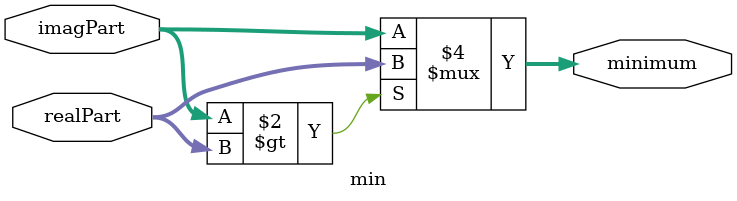
<source format=v>


module magnitude(Y0, Y1, Y2, Y3, mag1, mag2);
	
	input [11:0] Y0, Y1, Y2, Y3;
	output [11:0] mag1, mag2;
	wire [11:0] max1, max2, min1, min2;
	wire [11:0] Z0, Z1, Z2, Z3;
	
	toPositive p1 (.in(Y0), .out(Z0));
	toPositive p2 (.in(Y1), .out(Z1));
	toPositive p3 (.in(Y2), .out(Z2));
	toPositive p4 (.in(Y3), .out(Z3));
	
	max m1 (.imagPart(Z1), .realPart(Z0), .maximun(max1));
	max m2 (.imagPart(Z3), .realPart(Z2), .maximun(max2));
	min m3 (.imagPart(Z1), .realPart(Z0), .minimum(min1));
	min m4 (.imagPart(Z3), .realPart(Z2), .minimum(min2));
	
	assign mag1 = max1 + (min1 >> 2) - (max1 >> 4);
	assign mag2 = max2 + (min2 >> 2) - (max2 >> 4);
	
endmodule

module toPositive(
	input [11:0] in,
	output reg [11:0] out);
	
	always @ * begin
		if(in[11] == 1'b1)
			out = ~in + 12'b1;
		else
			out = in;
	end
endmodule

module max(
	input [11:0] imagPart,
	input [11:0] realPart,
	output reg [11:0] maximun);
	
	always @ * begin
		if(imagPart > realPart)
			maximun = imagPart;
		else
			maximun = realPart;
	end
endmodule

module min(
	input [11:0] imagPart,
	input [11:0] realPart,
	output reg [11:0] minimum);
	
	always @ * begin
		if(imagPart > realPart)
			minimum = realPart;
		else
			minimum = imagPart;
	end
endmodule

</source>
